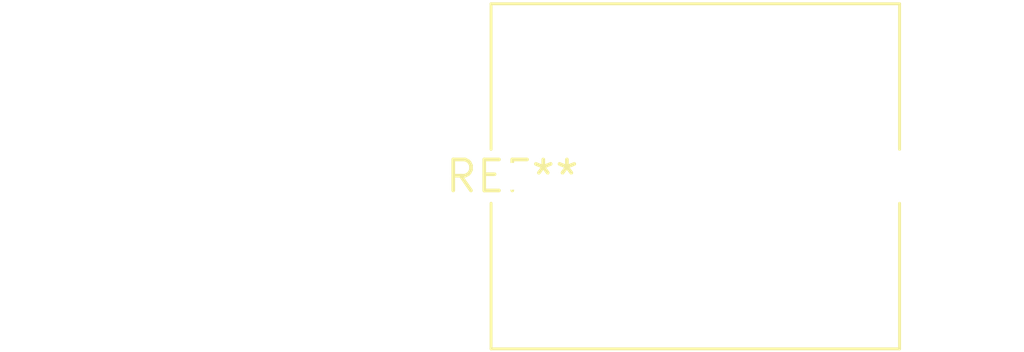
<source format=kicad_pcb>
(kicad_pcb (version 20240108) (generator pcbnew)
  (layers (0 "F.Cu" signal) (31 "B.Cu" signal) (34 "B.Paste" user) (35 "F.Paste" user) (36 "B.SilkS" user "B.Silkscreen") (37 "F.SilkS" user "F.Silkscreen") (38 "B.Mask" user) (39 "F.Mask" user) (44 "Edge.Cuts" user))
  (net 0 "")
  (footprint "C_Rect_L16.5mm_W13.9mm_P15.00mm_MKT" (layer "F.Cu") (at 0 0)
    (property "Reference" "REF**")
    (property "Value" "C_Rect_L16.5mm_W13.9mm_P15.00mm_MKT")
    (fp_line (start -0.87 -7.07) (end -0.87 -1.104) (layer "F.SilkS") (stroke (width 0.12)))
    (fp_line (start -0.87 -7.07) (end 15.87 -7.07) (layer "F.SilkS") (stroke (width 0.12)))
    (fp_line (start -0.87 1.104) (end -0.87 7.07) (layer "F.SilkS") (stroke (width 0.12)))
    (fp_line (start -0.87 7.07) (end 15.87 7.07) (layer "F.SilkS") (stroke (width 0.12)))
    (fp_line (start 15.87 -7.07) (end 15.87 -1.104) (layer "F.SilkS") (stroke (width 0.12)))
    (fp_line (start 15.87 1.104) (end 15.87 7.07) (layer "F.SilkS") (stroke (width 0.12)))
    (pad "1" thru_hole circle (at 0 0) (size 2.2 2.2) (drill 1.1) (layers *.Cu *.Mask) (remove_unused_layers))
    (pad "2" thru_hole circle (at 15 0) (size 2.2 2.2) (drill 1.1) (layers *.Cu *.Mask) (remove_unused_layers))
  )
)
</source>
